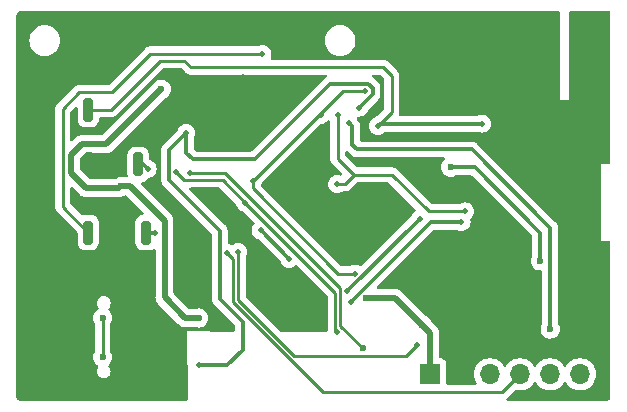
<source format=gbl>
G04 #@! TF.GenerationSoftware,KiCad,Pcbnew,7.0.2-6a45011f42~172~ubuntu22.04.1*
G04 #@! TF.CreationDate,2023-05-15T14:22:46+02:00*
G04 #@! TF.ProjectId,sharp-lcd-128x128,73686172-702d-46c6-9364-2d3132387831,rev?*
G04 #@! TF.SameCoordinates,Original*
G04 #@! TF.FileFunction,Copper,L2,Bot*
G04 #@! TF.FilePolarity,Positive*
%FSLAX46Y46*%
G04 Gerber Fmt 4.6, Leading zero omitted, Abs format (unit mm)*
G04 Created by KiCad (PCBNEW 7.0.2-6a45011f42~172~ubuntu22.04.1) date 2023-05-15 14:22:46*
%MOMM*%
%LPD*%
G01*
G04 APERTURE LIST*
G04 Aperture macros list*
%AMRoundRect*
0 Rectangle with rounded corners*
0 $1 Rounding radius*
0 $2 $3 $4 $5 $6 $7 $8 $9 X,Y pos of 4 corners*
0 Add a 4 corners polygon primitive as box body*
4,1,4,$2,$3,$4,$5,$6,$7,$8,$9,$2,$3,0*
0 Add four circle primitives for the rounded corners*
1,1,$1+$1,$2,$3*
1,1,$1+$1,$4,$5*
1,1,$1+$1,$6,$7*
1,1,$1+$1,$8,$9*
0 Add four rect primitives between the rounded corners*
20,1,$1+$1,$2,$3,$4,$5,0*
20,1,$1+$1,$4,$5,$6,$7,0*
20,1,$1+$1,$6,$7,$8,$9,0*
20,1,$1+$1,$8,$9,$2,$3,0*%
G04 Aperture macros list end*
G04 #@! TA.AperFunction,SMDPad,CuDef*
%ADD10RoundRect,0.200000X0.200000X0.800000X-0.200000X0.800000X-0.200000X-0.800000X0.200000X-0.800000X0*%
G04 #@! TD*
G04 #@! TA.AperFunction,ComponentPad*
%ADD11R,1.700000X1.700000*%
G04 #@! TD*
G04 #@! TA.AperFunction,ComponentPad*
%ADD12O,1.700000X1.700000*%
G04 #@! TD*
G04 #@! TA.AperFunction,ComponentPad*
%ADD13O,2.100000X1.000000*%
G04 #@! TD*
G04 #@! TA.AperFunction,ComponentPad*
%ADD14O,1.600000X1.000000*%
G04 #@! TD*
G04 #@! TA.AperFunction,SMDPad,CuDef*
%ADD15RoundRect,0.200000X-0.200000X-0.800000X0.200000X-0.800000X0.200000X0.800000X-0.200000X0.800000X0*%
G04 #@! TD*
G04 #@! TA.AperFunction,ViaPad*
%ADD16C,0.500000*%
G04 #@! TD*
G04 #@! TA.AperFunction,ViaPad*
%ADD17C,0.600000*%
G04 #@! TD*
G04 #@! TA.AperFunction,Conductor*
%ADD18C,0.250000*%
G04 #@! TD*
G04 #@! TA.AperFunction,Conductor*
%ADD19C,0.350000*%
G04 #@! TD*
G04 #@! TA.AperFunction,Conductor*
%ADD20C,0.500000*%
G04 #@! TD*
G04 #@! TA.AperFunction,Conductor*
%ADD21C,0.300000*%
G04 #@! TD*
G04 APERTURE END LIST*
D10*
X78100000Y-37850000D03*
X73900000Y-37850000D03*
D11*
X107030000Y-60250000D03*
D12*
X109570000Y-60250000D03*
X112110000Y-60250000D03*
X114650000Y-60250000D03*
X117190000Y-60250000D03*
X119730000Y-60250000D03*
D13*
X79930000Y-52805000D03*
D14*
X75750000Y-52805000D03*
D13*
X79930000Y-61445000D03*
D14*
X75750000Y-61445000D03*
D15*
X82980000Y-48260000D03*
X87180000Y-48260000D03*
D10*
X78100000Y-48260000D03*
X73900000Y-48260000D03*
X82310000Y-42500000D03*
X78110000Y-42500000D03*
D16*
X99160000Y-44150000D03*
X118260000Y-54200000D03*
X88130000Y-45180000D03*
D17*
X80827500Y-46810000D03*
X102860000Y-44570000D03*
D16*
X95910000Y-36170000D03*
D17*
X82425000Y-61375000D03*
X93130000Y-53690000D03*
X90000000Y-31760000D03*
X102860000Y-46930000D03*
D16*
X73940000Y-40430000D03*
X91180000Y-35110000D03*
X79740000Y-42450000D03*
X107990000Y-43940000D03*
D17*
X82130000Y-39810000D03*
D16*
X105658781Y-30772500D03*
D17*
X79300000Y-58825000D03*
X79300000Y-55475000D03*
X80897500Y-44360000D03*
D16*
X83710000Y-46460000D03*
D17*
X84270000Y-36120000D03*
X101576492Y-53790325D03*
X106340000Y-56070000D03*
X87430000Y-55500000D03*
D16*
X85511935Y-43131935D03*
X91370000Y-45720000D03*
X99180000Y-56700000D03*
X86370000Y-39830000D03*
X87480000Y-59510000D03*
X101040000Y-37680000D03*
X92010000Y-43900500D03*
X101549104Y-36264500D03*
X97751213Y-38310563D03*
X100637961Y-51735932D03*
X109684502Y-47356665D03*
X100300000Y-54120000D03*
X99196815Y-38341685D03*
X110000000Y-46480000D03*
X100010000Y-53240000D03*
X106160000Y-47100000D03*
X92830000Y-33140000D03*
D17*
X108770000Y-42730000D03*
X116370000Y-50660000D03*
D16*
X111410000Y-39040000D03*
X102600000Y-39240000D03*
X105950000Y-57800000D03*
X90790000Y-49880000D03*
X92670000Y-48080000D03*
X95110000Y-50480000D03*
X83750000Y-48260000D03*
X89867464Y-49997140D03*
D17*
X117190000Y-56430000D03*
D16*
X100190000Y-39030000D03*
D17*
X101320000Y-58020000D03*
D16*
X83111111Y-42856717D03*
X86698914Y-43188914D03*
D18*
X100580000Y-43380000D02*
X99810000Y-44150000D01*
X99810000Y-44150000D02*
X99160000Y-44150000D01*
D19*
X78110000Y-42500000D02*
X79690000Y-42500000D01*
X79690000Y-42500000D02*
X79740000Y-42450000D01*
D18*
X79300000Y-55475000D02*
X79300000Y-58825000D01*
D20*
X104060325Y-53790325D02*
X101576492Y-53790325D01*
X81620000Y-44360000D02*
X80897500Y-44360000D01*
X79620000Y-40770000D02*
X84270000Y-36120000D01*
X86280000Y-55500000D02*
X84540000Y-53760000D01*
X107030000Y-56760000D02*
X106340000Y-56070000D01*
X106340000Y-56070000D02*
X104060325Y-53790325D01*
X107030000Y-60250000D02*
X107030000Y-56760000D01*
X77900000Y-44490000D02*
X76610000Y-43200000D01*
X76610000Y-41690000D02*
X77530000Y-40770000D01*
X77530000Y-40770000D02*
X79620000Y-40770000D01*
X80660000Y-44490000D02*
X77900000Y-44490000D01*
X84540000Y-47280000D02*
X81620000Y-44360000D01*
X84540000Y-53760000D02*
X84540000Y-47280000D01*
X76610000Y-43200000D02*
X76610000Y-41690000D01*
X87430000Y-55500000D02*
X86280000Y-55500000D01*
D18*
X98990000Y-56510000D02*
X99180000Y-56700000D01*
X89450000Y-43800000D02*
X91370000Y-45720000D01*
X91370000Y-45720000D02*
X98990000Y-53340000D01*
X98990000Y-53340000D02*
X98990000Y-56510000D01*
X86180000Y-43800000D02*
X89450000Y-43800000D01*
X85511935Y-43131935D02*
X86180000Y-43800000D01*
D21*
X84916935Y-41283065D02*
X84916935Y-43816935D01*
X92200000Y-42059292D02*
X86929292Y-42059292D01*
X101802958Y-35670000D02*
X98589292Y-35670000D01*
X89220000Y-48120000D02*
X89220000Y-53900000D01*
X84916935Y-43816935D02*
X89220000Y-48120000D01*
X101040000Y-37680000D02*
X102160000Y-36560000D01*
X102160000Y-36027042D02*
X101802958Y-35670000D01*
X89220000Y-53900000D02*
X91170000Y-55850000D01*
X98589292Y-35670000D02*
X92200000Y-42059292D01*
X89870000Y-59510000D02*
X87480000Y-59510000D01*
X86370000Y-39830000D02*
X86370000Y-41500000D01*
X91170000Y-58210000D02*
X89870000Y-59510000D01*
X102160000Y-36560000D02*
X102160000Y-36027042D01*
X86370000Y-39830000D02*
X84916935Y-41283065D01*
X86370000Y-41500000D02*
X86929292Y-42059292D01*
X91170000Y-55850000D02*
X91170000Y-58210000D01*
D18*
X99625500Y-36264500D02*
X101549104Y-36264500D01*
X99265932Y-51735932D02*
X100637961Y-51735932D01*
X92010000Y-43900500D02*
X92010000Y-44480000D01*
X92010000Y-44480000D02*
X99265932Y-51735932D01*
X98790000Y-37120500D02*
X98790000Y-37100000D01*
X98790000Y-37100000D02*
X99625500Y-36264500D01*
X92010000Y-43900500D02*
X98790000Y-37120500D01*
D19*
X107063335Y-47356665D02*
X109684502Y-47356665D01*
X100300000Y-54120000D02*
X107063335Y-47356665D01*
D18*
X106893224Y-46480000D02*
X103793224Y-43380000D01*
X100580000Y-43380000D02*
X99196815Y-41996815D01*
X110000000Y-46480000D02*
X106893224Y-46480000D01*
X103793224Y-43380000D02*
X100580000Y-43380000D01*
X99196815Y-41996815D02*
X99196815Y-38341685D01*
D19*
X100010000Y-53240000D02*
X106150000Y-47100000D01*
X106150000Y-47100000D02*
X106160000Y-47100000D01*
D18*
X83320000Y-33140000D02*
X80060000Y-36400000D01*
X77330000Y-36400000D02*
X75920499Y-37809501D01*
X75920499Y-46080499D02*
X78100000Y-48260000D01*
X75920499Y-37809501D02*
X75920499Y-46080499D01*
X92830000Y-33140000D02*
X83320000Y-33140000D01*
X80060000Y-36400000D02*
X77330000Y-36400000D01*
D19*
X116370000Y-48260000D02*
X110840000Y-42730000D01*
X110840000Y-42730000D02*
X108770000Y-42730000D01*
X116370000Y-50660000D02*
X116370000Y-48260000D01*
X102800000Y-39040000D02*
X102600000Y-39240000D01*
D18*
X80020000Y-37850000D02*
X84170000Y-33700000D01*
X84170000Y-33700000D02*
X86210000Y-33700000D01*
X102600000Y-39230000D02*
X103760000Y-38070000D01*
X78140000Y-37850000D02*
X80020000Y-37850000D01*
D19*
X111410000Y-39040000D02*
X102800000Y-39040000D01*
D18*
X103030000Y-34260000D02*
X103760000Y-34990000D01*
X86770000Y-34260000D02*
X103030000Y-34260000D01*
X103760000Y-34990000D02*
X103760000Y-38070000D01*
X102600000Y-39240000D02*
X102600000Y-39230000D01*
X86210000Y-33700000D02*
X86770000Y-34260000D01*
X90790000Y-53990000D02*
X95530000Y-58730000D01*
X95530000Y-58730000D02*
X105020000Y-58730000D01*
X105020000Y-58730000D02*
X105950000Y-57800000D01*
X90790000Y-49880000D02*
X90790000Y-53990000D01*
D19*
X92710000Y-48080000D02*
X95110000Y-50480000D01*
X92670000Y-48080000D02*
X92710000Y-48080000D01*
X83750000Y-48260000D02*
X82980000Y-48260000D01*
D18*
X97941381Y-61770000D02*
X90345499Y-54174118D01*
X113130000Y-61770000D02*
X97941381Y-61770000D01*
X90345499Y-54174118D02*
X90345499Y-50475175D01*
X114650000Y-60250000D02*
X113130000Y-61770000D01*
X90345499Y-50475175D02*
X89867464Y-49997140D01*
D21*
X100440000Y-39280000D02*
X100440000Y-40850000D01*
X110575185Y-41230499D02*
X117190000Y-47845314D01*
X100190000Y-39030000D02*
X100440000Y-39280000D01*
X117190000Y-47845314D02*
X117190000Y-56430000D01*
X100440000Y-40850000D02*
X100820499Y-41230499D01*
X100820499Y-41230499D02*
X110575185Y-41230499D01*
D19*
X82754394Y-42500000D02*
X83111111Y-42856717D01*
D18*
X99434501Y-52937691D02*
X99434501Y-56134501D01*
X89685724Y-43188914D02*
X99434501Y-52937691D01*
D19*
X82310000Y-42500000D02*
X82754394Y-42500000D01*
D18*
X99434501Y-56134501D02*
X101320000Y-58020000D01*
X86698914Y-43188914D02*
X89685724Y-43188914D01*
G04 #@! TA.AperFunction,Conductor*
G36*
X117942539Y-29520185D02*
G01*
X117988294Y-29572989D01*
X117999500Y-29624500D01*
X117999500Y-36975467D01*
X117999416Y-36975889D01*
X117999459Y-37000000D01*
X117999501Y-37000101D01*
X117999616Y-37000382D01*
X117999618Y-37000384D01*
X117999808Y-37000462D01*
X118000000Y-37000541D01*
X118000002Y-37000539D01*
X118024616Y-37000524D01*
X118024616Y-37000528D01*
X118024760Y-37000500D01*
X118775240Y-37000500D01*
X118775383Y-37000528D01*
X118775384Y-37000524D01*
X118799997Y-37000539D01*
X118800000Y-37000541D01*
X118800383Y-37000383D01*
X118800500Y-37000099D01*
X118800541Y-37000000D01*
X118800540Y-36999997D01*
X118800583Y-36975889D01*
X118800500Y-36975467D01*
X118800500Y-29624500D01*
X118820185Y-29557461D01*
X118872989Y-29511706D01*
X118924500Y-29500500D01*
X122165500Y-29500500D01*
X122232539Y-29520185D01*
X122278294Y-29572989D01*
X122289500Y-29624500D01*
X122289500Y-42375500D01*
X122269815Y-42442539D01*
X122217011Y-42488294D01*
X122165500Y-42499500D01*
X121524760Y-42499500D01*
X121524554Y-42499459D01*
X121499999Y-42499459D01*
X121499900Y-42499500D01*
X121499618Y-42499615D01*
X121499615Y-42499618D01*
X121499459Y-42499999D01*
X121499476Y-42524616D01*
X121499471Y-42524616D01*
X121499499Y-42524759D01*
X121499500Y-48975467D01*
X121499416Y-48975889D01*
X121499459Y-49000000D01*
X121499501Y-49000101D01*
X121499616Y-49000382D01*
X121499618Y-49000384D01*
X121499808Y-49000462D01*
X121500000Y-49000541D01*
X121500002Y-49000539D01*
X121524616Y-49000524D01*
X121524616Y-49000528D01*
X121524760Y-49000500D01*
X122165500Y-49000500D01*
X122232539Y-49020185D01*
X122278294Y-49072989D01*
X122289500Y-49124500D01*
X122289500Y-52095184D01*
X122287876Y-62145517D01*
X122287368Y-62147246D01*
X122287368Y-62188112D01*
X122285824Y-62207622D01*
X122285777Y-62207917D01*
X122284940Y-62212589D01*
X122270728Y-62284066D01*
X122259595Y-62316176D01*
X122252939Y-62329240D01*
X122245557Y-62341836D01*
X122218717Y-62382007D01*
X122203294Y-62400800D01*
X122190800Y-62413294D01*
X122172007Y-62428717D01*
X122131839Y-62455555D01*
X122119239Y-62462939D01*
X122104419Y-62470489D01*
X122074476Y-62481170D01*
X122035864Y-62489565D01*
X122028909Y-62490871D01*
X122013339Y-62493336D01*
X121997499Y-62495843D01*
X121978114Y-62497368D01*
X121953703Y-62497368D01*
X121933874Y-62499500D01*
X113594247Y-62499500D01*
X113527208Y-62479815D01*
X113481453Y-62427011D01*
X113471509Y-62357853D01*
X113500534Y-62294297D01*
X113510576Y-62285916D01*
X113510282Y-62285622D01*
X113521359Y-62274543D01*
X113521362Y-62274542D01*
X113535800Y-62260103D01*
X113550588Y-62247472D01*
X113567107Y-62235472D01*
X113595359Y-62201319D01*
X113603203Y-62192699D01*
X114192959Y-61602943D01*
X114254280Y-61569460D01*
X114304786Y-61572406D01*
X114305229Y-61569753D01*
X114537431Y-61608500D01*
X114762569Y-61608500D01*
X114984635Y-61571444D01*
X115197574Y-61498342D01*
X115395576Y-61391189D01*
X115573240Y-61252906D01*
X115725722Y-61087268D01*
X115816190Y-60948795D01*
X115869337Y-60903438D01*
X115938569Y-60894014D01*
X116001905Y-60923516D01*
X116023809Y-60948795D01*
X116108715Y-61078754D01*
X116114278Y-61087268D01*
X116266760Y-61252906D01*
X116444424Y-61391189D01*
X116642426Y-61498342D01*
X116855365Y-61571444D01*
X117077431Y-61608500D01*
X117302569Y-61608500D01*
X117524635Y-61571444D01*
X117737574Y-61498342D01*
X117935576Y-61391189D01*
X118113240Y-61252906D01*
X118265722Y-61087268D01*
X118356190Y-60948795D01*
X118409337Y-60903438D01*
X118478569Y-60894014D01*
X118541905Y-60923516D01*
X118563809Y-60948795D01*
X118648715Y-61078754D01*
X118654278Y-61087268D01*
X118806760Y-61252906D01*
X118984424Y-61391189D01*
X119182426Y-61498342D01*
X119395365Y-61571444D01*
X119617431Y-61608500D01*
X119842569Y-61608500D01*
X120064635Y-61571444D01*
X120277574Y-61498342D01*
X120475576Y-61391189D01*
X120653240Y-61252906D01*
X120805722Y-61087268D01*
X120928860Y-60898791D01*
X121019296Y-60692616D01*
X121074564Y-60474368D01*
X121093156Y-60250000D01*
X121074564Y-60025632D01*
X121019296Y-59807384D01*
X120928860Y-59601209D01*
X120805722Y-59412732D01*
X120653240Y-59247094D01*
X120475576Y-59108811D01*
X120277574Y-59001658D01*
X120277573Y-59001657D01*
X120277572Y-59001657D01*
X120064636Y-58928556D01*
X119842569Y-58891500D01*
X119617431Y-58891500D01*
X119395363Y-58928556D01*
X119182427Y-59001657D01*
X118984424Y-59108811D01*
X118806760Y-59247094D01*
X118654279Y-59412730D01*
X118563809Y-59551205D01*
X118510662Y-59596561D01*
X118441431Y-59605985D01*
X118378095Y-59576483D01*
X118356191Y-59551205D01*
X118305916Y-59474254D01*
X118265722Y-59412732D01*
X118113240Y-59247094D01*
X117935576Y-59108811D01*
X117737574Y-59001658D01*
X117737573Y-59001657D01*
X117737572Y-59001657D01*
X117524636Y-58928556D01*
X117302569Y-58891500D01*
X117077431Y-58891500D01*
X116855363Y-58928556D01*
X116642427Y-59001657D01*
X116444424Y-59108811D01*
X116266760Y-59247094D01*
X116114279Y-59412730D01*
X116023809Y-59551205D01*
X115970662Y-59596561D01*
X115901431Y-59605985D01*
X115838095Y-59576483D01*
X115816191Y-59551205D01*
X115765916Y-59474254D01*
X115725722Y-59412732D01*
X115573240Y-59247094D01*
X115395576Y-59108811D01*
X115197574Y-59001658D01*
X115197573Y-59001657D01*
X115197572Y-59001657D01*
X114984636Y-58928556D01*
X114762569Y-58891500D01*
X114537431Y-58891500D01*
X114315363Y-58928556D01*
X114102427Y-59001657D01*
X113904424Y-59108811D01*
X113726760Y-59247094D01*
X113574279Y-59412730D01*
X113483809Y-59551205D01*
X113430662Y-59596561D01*
X113361431Y-59605985D01*
X113298095Y-59576483D01*
X113276191Y-59551205D01*
X113225916Y-59474254D01*
X113185722Y-59412732D01*
X113033240Y-59247094D01*
X112855576Y-59108811D01*
X112657574Y-59001658D01*
X112657573Y-59001657D01*
X112657572Y-59001657D01*
X112444636Y-58928556D01*
X112222569Y-58891500D01*
X111997431Y-58891500D01*
X111775363Y-58928556D01*
X111562427Y-59001657D01*
X111364424Y-59108811D01*
X111186760Y-59247094D01*
X111034279Y-59412730D01*
X110911138Y-59601211D01*
X110856942Y-59724768D01*
X110820704Y-59807384D01*
X110783658Y-59953674D01*
X110765435Y-60025636D01*
X110746843Y-60249999D01*
X110765435Y-60474363D01*
X110765435Y-60474366D01*
X110765436Y-60474368D01*
X110794710Y-60589970D01*
X110820705Y-60692618D01*
X110911139Y-60898791D01*
X110941119Y-60944679D01*
X110961307Y-61011569D01*
X110942126Y-61078754D01*
X110889667Y-61124904D01*
X110837310Y-61136500D01*
X108512500Y-61136500D01*
X108445461Y-61116815D01*
X108399706Y-61064011D01*
X108388500Y-61012500D01*
X108388500Y-59354671D01*
X108388500Y-59351362D01*
X108381989Y-59290799D01*
X108381988Y-59290797D01*
X108381988Y-59290794D01*
X108330889Y-59153796D01*
X108243261Y-59036738D01*
X108126203Y-58949110D01*
X107989205Y-58898011D01*
X107931924Y-58891853D01*
X107931918Y-58891852D01*
X107928638Y-58891500D01*
X107925328Y-58891500D01*
X107912500Y-58891500D01*
X107845461Y-58871815D01*
X107799706Y-58819011D01*
X107788500Y-58767500D01*
X107788500Y-56824294D01*
X107789809Y-56806323D01*
X107790289Y-56803043D01*
X107793341Y-56782211D01*
X107788971Y-56732272D01*
X107788500Y-56721466D01*
X107788500Y-56719429D01*
X107788500Y-56715820D01*
X107784854Y-56684635D01*
X107784497Y-56681141D01*
X107780422Y-56634549D01*
X107777785Y-56604402D01*
X107773483Y-56584998D01*
X107770675Y-56577282D01*
X107747139Y-56512619D01*
X107745964Y-56509236D01*
X107721744Y-56436145D01*
X107713081Y-56418251D01*
X107712435Y-56417269D01*
X107712435Y-56417268D01*
X107670733Y-56353863D01*
X107668820Y-56350859D01*
X107628408Y-56285342D01*
X107615848Y-56269925D01*
X107559792Y-56217038D01*
X107557206Y-56214525D01*
X107100256Y-55757575D01*
X107081701Y-55728045D01*
X107080476Y-55728815D01*
X107073043Y-55716985D01*
X106976111Y-55562719D01*
X106847281Y-55433889D01*
X106693015Y-55336957D01*
X106693012Y-55336956D01*
X106681186Y-55329525D01*
X106681955Y-55328300D01*
X106652425Y-55309744D01*
X104642129Y-53299448D01*
X104630346Y-53285814D01*
X104615794Y-53266267D01*
X104615792Y-53266265D01*
X104577385Y-53234037D01*
X104569410Y-53226729D01*
X104567978Y-53225297D01*
X104565426Y-53222745D01*
X104562603Y-53220512D01*
X104562592Y-53220503D01*
X104540837Y-53203301D01*
X104538044Y-53201026D01*
X104479073Y-53151544D01*
X104462290Y-53140851D01*
X104392484Y-53108299D01*
X104389242Y-53106729D01*
X104320469Y-53072191D01*
X104301674Y-53065658D01*
X104226251Y-53050084D01*
X104222731Y-53049304D01*
X104147833Y-53031553D01*
X104128052Y-53029532D01*
X104126883Y-53029566D01*
X104051031Y-53031773D01*
X104047427Y-53031825D01*
X102654152Y-53031825D01*
X102587113Y-53012140D01*
X102541358Y-52959336D01*
X102531414Y-52890178D01*
X102560439Y-52826622D01*
X102566471Y-52820144D01*
X107310131Y-48076484D01*
X107371454Y-48042999D01*
X107397812Y-48040165D01*
X109320221Y-48040165D01*
X109361175Y-48047123D01*
X109514652Y-48100827D01*
X109684502Y-48119964D01*
X109854352Y-48100827D01*
X110015685Y-48044374D01*
X110160411Y-47953436D01*
X110281273Y-47832574D01*
X110372211Y-47687848D01*
X110428664Y-47526515D01*
X110447801Y-47356665D01*
X110428932Y-47189194D01*
X110440986Y-47120373D01*
X110468872Y-47089494D01*
X110466029Y-47086651D01*
X110475909Y-47076771D01*
X110596771Y-46955909D01*
X110687709Y-46811183D01*
X110744162Y-46649850D01*
X110763299Y-46480000D01*
X110744162Y-46310150D01*
X110687709Y-46148817D01*
X110596771Y-46004091D01*
X110475909Y-45883229D01*
X110331183Y-45792291D01*
X110169850Y-45735838D01*
X110169848Y-45735837D01*
X110169846Y-45735837D01*
X110000000Y-45716700D01*
X109830153Y-45735837D01*
X109830150Y-45735837D01*
X109830150Y-45735838D01*
X109668817Y-45792291D01*
X109613873Y-45826815D01*
X109612792Y-45827494D01*
X109546820Y-45846500D01*
X107206990Y-45846500D01*
X107139951Y-45826815D01*
X107119309Y-45810181D01*
X105712376Y-44403248D01*
X104300312Y-42991183D01*
X104287268Y-42974902D01*
X104285224Y-42972983D01*
X104285224Y-42972982D01*
X104235539Y-42926325D01*
X104232774Y-42923645D01*
X104215751Y-42906622D01*
X104212994Y-42903865D01*
X104209710Y-42901317D01*
X104200847Y-42893746D01*
X104168545Y-42863414D01*
X104163817Y-42860815D01*
X104150656Y-42853579D01*
X104134393Y-42842896D01*
X104118264Y-42830385D01*
X104077601Y-42812789D01*
X104067107Y-42807648D01*
X104028286Y-42786305D01*
X104016610Y-42783307D01*
X104008508Y-42781227D01*
X103990103Y-42774926D01*
X103971369Y-42766819D01*
X103971367Y-42766818D01*
X103971366Y-42766818D01*
X103927607Y-42759887D01*
X103916167Y-42757518D01*
X103873255Y-42746500D01*
X103873254Y-42746500D01*
X103852840Y-42746500D01*
X103833441Y-42744973D01*
X103813282Y-42741780D01*
X103813281Y-42741780D01*
X103780542Y-42744874D01*
X103769167Y-42745950D01*
X103757498Y-42746500D01*
X100893766Y-42746500D01*
X100826727Y-42726815D01*
X100806085Y-42710181D01*
X99866634Y-41770729D01*
X99833149Y-41709406D01*
X99830315Y-41683048D01*
X99830315Y-41470937D01*
X99850000Y-41403898D01*
X99902804Y-41358143D01*
X99971962Y-41348199D01*
X100035518Y-41377224D01*
X100041996Y-41383256D01*
X100293781Y-41635041D01*
X100307268Y-41651874D01*
X100309082Y-41653577D01*
X100309083Y-41653579D01*
X100360772Y-41702118D01*
X100363569Y-41704829D01*
X100384166Y-41725426D01*
X100387747Y-41728204D01*
X100396617Y-41735779D01*
X100430366Y-41767471D01*
X100449302Y-41777881D01*
X100465554Y-41788557D01*
X100468178Y-41790592D01*
X100482632Y-41801804D01*
X100525112Y-41820186D01*
X100535604Y-41825326D01*
X100576162Y-41847623D01*
X100597083Y-41852994D01*
X100615493Y-41859297D01*
X100635323Y-41867879D01*
X100681052Y-41875120D01*
X100692474Y-41877486D01*
X100737311Y-41888999D01*
X100758918Y-41888999D01*
X100778315Y-41890525D01*
X100799651Y-41893905D01*
X100845734Y-41889548D01*
X100857402Y-41888999D01*
X108168247Y-41888999D01*
X108235286Y-41908684D01*
X108281041Y-41961488D01*
X108290985Y-42030646D01*
X108261960Y-42094202D01*
X108255928Y-42100680D01*
X108133890Y-42222717D01*
X108036957Y-42376984D01*
X107976782Y-42548955D01*
X107956383Y-42729999D01*
X107976782Y-42911044D01*
X107976782Y-42911046D01*
X107976783Y-42911047D01*
X108036957Y-43083015D01*
X108133889Y-43237281D01*
X108262719Y-43366111D01*
X108416985Y-43463043D01*
X108588953Y-43523217D01*
X108770000Y-43543616D01*
X108951047Y-43523217D01*
X109123015Y-43463043D01*
X109171614Y-43432505D01*
X109237586Y-43413500D01*
X110505523Y-43413500D01*
X110572562Y-43433185D01*
X110593204Y-43449819D01*
X115650181Y-48506795D01*
X115683666Y-48568118D01*
X115686500Y-48594476D01*
X115686500Y-50192413D01*
X115667494Y-50258384D01*
X115636958Y-50306982D01*
X115576782Y-50478955D01*
X115556383Y-50660000D01*
X115576782Y-50841044D01*
X115576782Y-50841046D01*
X115576783Y-50841047D01*
X115636957Y-51013015D01*
X115733889Y-51167281D01*
X115862719Y-51296111D01*
X116016985Y-51393043D01*
X116188953Y-51453217D01*
X116261371Y-51461376D01*
X116369997Y-51473616D01*
X116369998Y-51473615D01*
X116370000Y-51473616D01*
X116393615Y-51470955D01*
X116462436Y-51483008D01*
X116513816Y-51530356D01*
X116531500Y-51594175D01*
X116531500Y-55922626D01*
X116512494Y-55988598D01*
X116456957Y-56076984D01*
X116396782Y-56248955D01*
X116376383Y-56429999D01*
X116396782Y-56611044D01*
X116396782Y-56611046D01*
X116396783Y-56611047D01*
X116456957Y-56783015D01*
X116553889Y-56937281D01*
X116682719Y-57066111D01*
X116836985Y-57163043D01*
X117008953Y-57223217D01*
X117129650Y-57236816D01*
X117189999Y-57243616D01*
X117189999Y-57243615D01*
X117190000Y-57243616D01*
X117371047Y-57223217D01*
X117543015Y-57163043D01*
X117697281Y-57066111D01*
X117826111Y-56937281D01*
X117923043Y-56783015D01*
X117983217Y-56611047D01*
X118003616Y-56430000D01*
X117983217Y-56248953D01*
X117923043Y-56076985D01*
X117867504Y-55988595D01*
X117848499Y-55922629D01*
X117848499Y-47931708D01*
X117850866Y-47910275D01*
X117850746Y-47906457D01*
X117848561Y-47836912D01*
X117848500Y-47833017D01*
X117848500Y-47807773D01*
X117848500Y-47807772D01*
X117848500Y-47803882D01*
X117847933Y-47799392D01*
X117847015Y-47787737D01*
X117845562Y-47741483D01*
X117839534Y-47720735D01*
X117835591Y-47701698D01*
X117832882Y-47680250D01*
X117815830Y-47637183D01*
X117812062Y-47626175D01*
X117799145Y-47581714D01*
X117799144Y-47581713D01*
X117799144Y-47581711D01*
X117788151Y-47563124D01*
X117779589Y-47545649D01*
X117771635Y-47525558D01*
X117744423Y-47488106D01*
X117738021Y-47478361D01*
X117714453Y-47438507D01*
X117699169Y-47423223D01*
X117686539Y-47408435D01*
X117673841Y-47390957D01*
X117638171Y-47361448D01*
X117629532Y-47353586D01*
X111101903Y-40825957D01*
X111088419Y-40809126D01*
X111034910Y-40758878D01*
X111032113Y-40756167D01*
X111014270Y-40738324D01*
X111011518Y-40735572D01*
X111007925Y-40732785D01*
X110999061Y-40725213D01*
X110965318Y-40693527D01*
X110946385Y-40683118D01*
X110930126Y-40672438D01*
X110913053Y-40659195D01*
X110913052Y-40659195D01*
X110870562Y-40640807D01*
X110860085Y-40635674D01*
X110837192Y-40623089D01*
X110819519Y-40613373D01*
X110798598Y-40608002D01*
X110780189Y-40601699D01*
X110760360Y-40593118D01*
X110714640Y-40585877D01*
X110703201Y-40583508D01*
X110658375Y-40571999D01*
X110658373Y-40571999D01*
X110636766Y-40571999D01*
X110617368Y-40570472D01*
X110608788Y-40569113D01*
X110596034Y-40567093D01*
X110596033Y-40567093D01*
X110549949Y-40571449D01*
X110538282Y-40571999D01*
X101222500Y-40571999D01*
X101155461Y-40552314D01*
X101109706Y-40499510D01*
X101098500Y-40447999D01*
X101098500Y-39366388D01*
X101100866Y-39344955D01*
X101099479Y-39300828D01*
X101098561Y-39271598D01*
X101098500Y-39267703D01*
X101098500Y-39242459D01*
X101098500Y-39238568D01*
X101097933Y-39234078D01*
X101097015Y-39222423D01*
X101096620Y-39209846D01*
X101095562Y-39176169D01*
X101089534Y-39155421D01*
X101085591Y-39136384D01*
X101082882Y-39114936D01*
X101065830Y-39071869D01*
X101062062Y-39060861D01*
X101049145Y-39016400D01*
X101038148Y-38997807D01*
X101029587Y-38980330D01*
X101021635Y-38960244D01*
X100994422Y-38922789D01*
X100988008Y-38913024D01*
X100964453Y-38873194D01*
X100961409Y-38870150D01*
X100949172Y-38857913D01*
X100936540Y-38843122D01*
X100931159Y-38835716D01*
X100914443Y-38803797D01*
X100877709Y-38698817D01*
X100829550Y-38622174D01*
X100810550Y-38554938D01*
X100830917Y-38488103D01*
X100884185Y-38442888D01*
X100948428Y-38432982D01*
X101040000Y-38443299D01*
X101209850Y-38424162D01*
X101371183Y-38367709D01*
X101515909Y-38276771D01*
X101636771Y-38155909D01*
X101727709Y-38011183D01*
X101765531Y-37903091D01*
X101794889Y-37856369D01*
X102564542Y-37086716D01*
X102581372Y-37073235D01*
X102612912Y-37039647D01*
X102631652Y-37019690D01*
X102634301Y-37016957D01*
X102654927Y-36996333D01*
X102657701Y-36992755D01*
X102665287Y-36983872D01*
X102696972Y-36950133D01*
X102707380Y-36931200D01*
X102718059Y-36914942D01*
X102731304Y-36897868D01*
X102749692Y-36855375D01*
X102754829Y-36844892D01*
X102777123Y-36804340D01*
X102782495Y-36783416D01*
X102788798Y-36765007D01*
X102797380Y-36745177D01*
X102804623Y-36699441D01*
X102806989Y-36688017D01*
X102818500Y-36643188D01*
X102818500Y-36621580D01*
X102820027Y-36602180D01*
X102823406Y-36580848D01*
X102819050Y-36534764D01*
X102818500Y-36523095D01*
X102818500Y-36113434D01*
X102820867Y-36091994D01*
X102818561Y-36018620D01*
X102818500Y-36014725D01*
X102818500Y-35989510D01*
X102818500Y-35985610D01*
X102817933Y-35981130D01*
X102817015Y-35969470D01*
X102816990Y-35968663D01*
X102815562Y-35923211D01*
X102809534Y-35902463D01*
X102805591Y-35883426D01*
X102802882Y-35861978D01*
X102785830Y-35818911D01*
X102782062Y-35807903D01*
X102769145Y-35763442D01*
X102769144Y-35763441D01*
X102769144Y-35763439D01*
X102758151Y-35744852D01*
X102749589Y-35727377D01*
X102741635Y-35707286D01*
X102714423Y-35669834D01*
X102708021Y-35660089D01*
X102684453Y-35620235D01*
X102669169Y-35604951D01*
X102656539Y-35590163D01*
X102643841Y-35572685D01*
X102608171Y-35543176D01*
X102599532Y-35535314D01*
X102329676Y-35265458D01*
X102316192Y-35248627D01*
X102262683Y-35198379D01*
X102259886Y-35195668D01*
X102242043Y-35177825D01*
X102239291Y-35175073D01*
X102235698Y-35172286D01*
X102226834Y-35164714D01*
X102193091Y-35133028D01*
X102193089Y-35133026D01*
X102180601Y-35126161D01*
X102131337Y-35076614D01*
X102116682Y-35008298D01*
X102141287Y-34942905D01*
X102197341Y-34901194D01*
X102240340Y-34893500D01*
X102716234Y-34893500D01*
X102783273Y-34913185D01*
X102803915Y-34929819D01*
X103090180Y-35216084D01*
X103123665Y-35277407D01*
X103126499Y-35303765D01*
X103126500Y-37756232D01*
X103106815Y-37823271D01*
X103090181Y-37843913D01*
X102537062Y-38397031D01*
X102493359Y-38425289D01*
X102480031Y-38430344D01*
X102472115Y-38435808D01*
X102452582Y-38446825D01*
X102443802Y-38450777D01*
X102397668Y-38486919D01*
X102391639Y-38491356D01*
X102352613Y-38518294D01*
X102323129Y-38533285D01*
X102268815Y-38552291D01*
X102124090Y-38643229D01*
X102003230Y-38764089D01*
X101934675Y-38873194D01*
X101912291Y-38908817D01*
X101859096Y-39060840D01*
X101855837Y-39070153D01*
X101836700Y-39240000D01*
X101855837Y-39409846D01*
X101855837Y-39409848D01*
X101855838Y-39409850D01*
X101912291Y-39571183D01*
X102003229Y-39715909D01*
X102124091Y-39836771D01*
X102268817Y-39927709D01*
X102430150Y-39984162D01*
X102557537Y-39998514D01*
X102599999Y-40003299D01*
X102599999Y-40003298D01*
X102600000Y-40003299D01*
X102769850Y-39984162D01*
X102931183Y-39927709D01*
X103075909Y-39836771D01*
X103152861Y-39759818D01*
X103214184Y-39726334D01*
X103240542Y-39723500D01*
X111045719Y-39723500D01*
X111086673Y-39730458D01*
X111240150Y-39784162D01*
X111410000Y-39803299D01*
X111579850Y-39784162D01*
X111741183Y-39727709D01*
X111885909Y-39636771D01*
X112006771Y-39515909D01*
X112097709Y-39371183D01*
X112154162Y-39209850D01*
X112173299Y-39040000D01*
X112154162Y-38870150D01*
X112097709Y-38708817D01*
X112006771Y-38564091D01*
X111885909Y-38443229D01*
X111741183Y-38352291D01*
X111579850Y-38295838D01*
X111579848Y-38295837D01*
X111579846Y-38295837D01*
X111410000Y-38276700D01*
X111240152Y-38295837D01*
X111086673Y-38349542D01*
X111045719Y-38356500D01*
X104501205Y-38356500D01*
X104434166Y-38336815D01*
X104388411Y-38284011D01*
X104378467Y-38214853D01*
X104378730Y-38213115D01*
X104380110Y-38204396D01*
X104382478Y-38192953D01*
X104393500Y-38150030D01*
X104393500Y-38129613D01*
X104395027Y-38110214D01*
X104398220Y-38090057D01*
X104394050Y-38045942D01*
X104393500Y-38034273D01*
X104393500Y-35073632D01*
X104395789Y-35052887D01*
X104395701Y-35050094D01*
X104395702Y-35050091D01*
X104393561Y-34981968D01*
X104393500Y-34978073D01*
X104393500Y-34954043D01*
X104393500Y-34950144D01*
X104392983Y-34946058D01*
X104392065Y-34934399D01*
X104391921Y-34929819D01*
X104390674Y-34890111D01*
X104384974Y-34870494D01*
X104381033Y-34851464D01*
X104378474Y-34831203D01*
X104362163Y-34790007D01*
X104358381Y-34778960D01*
X104348879Y-34746254D01*
X104346018Y-34736407D01*
X104335622Y-34718829D01*
X104327069Y-34701371D01*
X104319552Y-34682383D01*
X104293503Y-34646530D01*
X104287099Y-34636780D01*
X104264542Y-34598638D01*
X104250107Y-34584203D01*
X104237469Y-34569406D01*
X104225472Y-34552893D01*
X104191324Y-34524643D01*
X104182685Y-34516781D01*
X103537091Y-33871187D01*
X103524044Y-33854901D01*
X103472331Y-33806340D01*
X103469533Y-33803628D01*
X103452527Y-33786622D01*
X103449770Y-33783865D01*
X103446486Y-33781317D01*
X103437623Y-33773746D01*
X103405321Y-33743414D01*
X103387433Y-33733580D01*
X103371169Y-33722896D01*
X103355040Y-33710385D01*
X103314377Y-33692789D01*
X103303883Y-33687648D01*
X103265062Y-33666305D01*
X103253386Y-33663307D01*
X103245284Y-33661227D01*
X103226879Y-33654926D01*
X103208145Y-33646819D01*
X103208143Y-33646818D01*
X103208142Y-33646818D01*
X103164383Y-33639887D01*
X103152943Y-33637518D01*
X103110031Y-33626500D01*
X103110030Y-33626500D01*
X103089616Y-33626500D01*
X103070217Y-33624973D01*
X103050058Y-33621780D01*
X103050057Y-33621780D01*
X103017318Y-33624874D01*
X103005943Y-33625950D01*
X102994274Y-33626500D01*
X93638123Y-33626500D01*
X93571084Y-33606815D01*
X93525329Y-33554011D01*
X93515385Y-33484853D01*
X93521081Y-33461545D01*
X93574162Y-33309850D01*
X93593299Y-33140000D01*
X93574162Y-32970150D01*
X93517709Y-32808817D01*
X93426771Y-32664091D01*
X93305909Y-32543229D01*
X93161183Y-32452291D01*
X92999850Y-32395838D01*
X92999848Y-32395837D01*
X92999846Y-32395837D01*
X92830000Y-32376700D01*
X92660153Y-32395837D01*
X92660150Y-32395837D01*
X92660150Y-32395838D01*
X92498817Y-32452291D01*
X92498815Y-32452291D01*
X92498815Y-32452292D01*
X92442792Y-32487494D01*
X92376820Y-32506500D01*
X83403633Y-32506500D01*
X83382891Y-32504210D01*
X83380091Y-32504298D01*
X83311983Y-32506439D01*
X83308087Y-32506500D01*
X83280144Y-32506500D01*
X83276277Y-32506988D01*
X83276268Y-32506989D01*
X83276032Y-32507019D01*
X83264405Y-32507934D01*
X83220110Y-32509326D01*
X83200507Y-32515022D01*
X83181455Y-32518967D01*
X83161199Y-32521526D01*
X83119997Y-32537838D01*
X83108951Y-32541621D01*
X83066402Y-32553983D01*
X83048831Y-32564374D01*
X83031370Y-32572929D01*
X83012383Y-32580447D01*
X82976542Y-32606487D01*
X82966780Y-32612899D01*
X82928639Y-32635455D01*
X82914196Y-32649898D01*
X82899409Y-32662527D01*
X82882892Y-32674528D01*
X82854652Y-32708663D01*
X82846792Y-32717301D01*
X79833914Y-35730181D01*
X79772591Y-35763666D01*
X79746233Y-35766500D01*
X77413628Y-35766500D01*
X77392892Y-35764211D01*
X77390091Y-35764299D01*
X77322001Y-35766439D01*
X77318106Y-35766500D01*
X77290144Y-35766500D01*
X77286290Y-35766986D01*
X77286283Y-35766987D01*
X77286025Y-35767020D01*
X77274402Y-35767934D01*
X77230110Y-35769326D01*
X77210507Y-35775022D01*
X77191456Y-35778967D01*
X77171203Y-35781525D01*
X77130008Y-35797835D01*
X77118962Y-35801616D01*
X77076405Y-35813981D01*
X77058827Y-35824376D01*
X77041360Y-35832933D01*
X77022384Y-35840446D01*
X76986544Y-35866485D01*
X76976786Y-35872895D01*
X76938637Y-35895457D01*
X76924196Y-35909898D01*
X76909409Y-35922527D01*
X76892892Y-35934528D01*
X76864652Y-35968663D01*
X76856792Y-35977301D01*
X75531679Y-37302414D01*
X75515395Y-37315462D01*
X75466838Y-37367169D01*
X75464133Y-37369961D01*
X75444364Y-37389731D01*
X75441986Y-37392794D01*
X75441969Y-37392815D01*
X75441810Y-37393022D01*
X75434252Y-37401869D01*
X75403913Y-37434178D01*
X75394081Y-37452064D01*
X75383400Y-37468324D01*
X75370884Y-37484460D01*
X75353285Y-37525129D01*
X75348147Y-37535616D01*
X75343025Y-37544934D01*
X75326802Y-37574444D01*
X75321725Y-37594219D01*
X75315424Y-37612624D01*
X75307317Y-37631357D01*
X75300387Y-37675111D01*
X75298019Y-37686547D01*
X75286999Y-37729470D01*
X75286999Y-37749885D01*
X75285472Y-37769284D01*
X75282279Y-37789442D01*
X75286449Y-37833558D01*
X75286999Y-37845227D01*
X75286999Y-45996866D01*
X75284709Y-46017607D01*
X75286938Y-46088515D01*
X75286999Y-46092411D01*
X75286999Y-46120355D01*
X75287486Y-46124215D01*
X75287487Y-46124221D01*
X75287518Y-46124464D01*
X75288433Y-46136095D01*
X75289825Y-46180387D01*
X75295521Y-46199991D01*
X75299466Y-46219043D01*
X75302024Y-46239297D01*
X75318337Y-46280500D01*
X75322120Y-46291548D01*
X75334481Y-46334092D01*
X75344873Y-46351665D01*
X75353430Y-46369132D01*
X75360947Y-46388117D01*
X75386990Y-46423962D01*
X75393404Y-46433726D01*
X75415957Y-46471861D01*
X75430389Y-46486293D01*
X75443025Y-46501088D01*
X75455025Y-46517604D01*
X75489166Y-46545848D01*
X75497807Y-46553711D01*
X77155181Y-48211086D01*
X77188666Y-48272409D01*
X77191500Y-48298767D01*
X77191500Y-49114443D01*
X77191500Y-49114464D01*
X77191501Y-49117264D01*
X77191755Y-49120062D01*
X77191756Y-49120079D01*
X77197986Y-49188649D01*
X77249171Y-49352910D01*
X77338184Y-49500156D01*
X77459843Y-49621815D01*
X77459845Y-49621816D01*
X77607087Y-49710827D01*
X77771351Y-49762013D01*
X77842735Y-49768500D01*
X78357264Y-49768499D01*
X78428649Y-49762013D01*
X78592913Y-49710827D01*
X78740155Y-49621816D01*
X78861816Y-49500155D01*
X78950827Y-49352913D01*
X79002013Y-49188649D01*
X79008500Y-49117265D01*
X79008499Y-47402736D01*
X79002013Y-47331351D01*
X78992933Y-47302211D01*
X78950828Y-47167089D01*
X78861815Y-47019843D01*
X78740156Y-46898184D01*
X78651145Y-46844375D01*
X78592913Y-46809173D01*
X78428649Y-46757987D01*
X78428646Y-46757986D01*
X78360074Y-46751755D01*
X78360068Y-46751754D01*
X78357265Y-46751500D01*
X78354446Y-46751500D01*
X77845556Y-46751500D01*
X77845534Y-46751500D01*
X77842736Y-46751501D01*
X77839938Y-46751755D01*
X77839920Y-46751756D01*
X77771353Y-46757986D01*
X77631374Y-46801604D01*
X77561514Y-46802754D01*
X77506804Y-46770899D01*
X76590318Y-45854413D01*
X76556833Y-45793090D01*
X76553999Y-45766732D01*
X76553999Y-44516042D01*
X76573684Y-44449003D01*
X76626488Y-44403248D01*
X76695646Y-44393304D01*
X76759202Y-44422329D01*
X76765680Y-44428361D01*
X77318196Y-44980877D01*
X77329977Y-44994509D01*
X77344530Y-45014057D01*
X77382933Y-45046281D01*
X77390908Y-45053589D01*
X77394899Y-45057580D01*
X77419505Y-45077036D01*
X77422267Y-45079286D01*
X77480360Y-45128032D01*
X77480363Y-45128033D01*
X77481261Y-45128787D01*
X77498034Y-45139472D01*
X77499091Y-45139965D01*
X77499094Y-45139967D01*
X77567852Y-45172028D01*
X77571034Y-45173569D01*
X77638812Y-45207609D01*
X77638815Y-45207609D01*
X77639859Y-45208134D01*
X77658642Y-45214664D01*
X77659791Y-45214901D01*
X77659793Y-45214902D01*
X77734116Y-45230247D01*
X77737549Y-45231009D01*
X77811344Y-45248500D01*
X77812483Y-45248770D01*
X77832269Y-45250791D01*
X77833437Y-45250757D01*
X77833442Y-45250758D01*
X77909257Y-45248552D01*
X77912864Y-45248500D01*
X80700582Y-45248500D01*
X80704180Y-45248500D01*
X80707763Y-45248081D01*
X80707766Y-45248081D01*
X80757913Y-45242219D01*
X80836113Y-45233079D01*
X80934218Y-45197371D01*
X81016353Y-45167478D01*
X81016858Y-45168866D01*
X81051792Y-45156231D01*
X81078547Y-45153217D01*
X81157878Y-45125457D01*
X81198832Y-45118500D01*
X81254457Y-45118500D01*
X81321496Y-45138185D01*
X81342138Y-45154819D01*
X82733606Y-46546287D01*
X82767091Y-46607610D01*
X82762107Y-46677302D01*
X82720235Y-46733235D01*
X82657150Y-46757459D01*
X82651350Y-46757986D01*
X82487089Y-46809171D01*
X82339843Y-46898184D01*
X82218184Y-47019843D01*
X82129174Y-47167085D01*
X82129173Y-47167087D01*
X82108873Y-47232232D01*
X82077986Y-47331353D01*
X82071755Y-47399925D01*
X82071500Y-47402735D01*
X82071500Y-47405552D01*
X82071500Y-47405553D01*
X82071500Y-49114443D01*
X82071500Y-49114464D01*
X82071501Y-49117264D01*
X82071755Y-49120062D01*
X82071756Y-49120079D01*
X82077986Y-49188649D01*
X82129171Y-49352910D01*
X82218184Y-49500156D01*
X82339843Y-49621815D01*
X82339845Y-49621816D01*
X82487087Y-49710827D01*
X82651351Y-49762013D01*
X82722735Y-49768500D01*
X83237264Y-49768499D01*
X83308649Y-49762013D01*
X83472913Y-49710827D01*
X83593350Y-49638019D01*
X83660905Y-49620184D01*
X83727378Y-49641702D01*
X83771666Y-49695742D01*
X83781500Y-49744137D01*
X83781500Y-53695706D01*
X83780191Y-53713676D01*
X83776659Y-53737789D01*
X83781028Y-53787725D01*
X83781500Y-53798532D01*
X83781500Y-53804180D01*
X83781916Y-53807739D01*
X83781917Y-53807756D01*
X83785139Y-53835321D01*
X83785505Y-53838905D01*
X83792214Y-53915582D01*
X83796523Y-53935017D01*
X83796920Y-53936109D01*
X83796921Y-53936113D01*
X83821568Y-54003831D01*
X83822855Y-54007367D01*
X83824037Y-54010771D01*
X83848251Y-54083843D01*
X83856922Y-54101754D01*
X83899245Y-54166103D01*
X83901178Y-54169138D01*
X83940970Y-54233651D01*
X83940972Y-54233653D01*
X83941589Y-54234653D01*
X83954153Y-54250075D01*
X83954997Y-54250871D01*
X83954999Y-54250874D01*
X83972057Y-54266967D01*
X84010173Y-54302928D01*
X84012760Y-54305441D01*
X85698196Y-55990877D01*
X85709977Y-56004509D01*
X85724530Y-56024057D01*
X85762933Y-56056281D01*
X85770908Y-56063589D01*
X85774900Y-56067581D01*
X85798751Y-56086440D01*
X85799471Y-56087009D01*
X85802267Y-56089287D01*
X85837490Y-56118842D01*
X85860360Y-56138032D01*
X85860361Y-56138032D01*
X85861258Y-56138785D01*
X85878032Y-56149471D01*
X85879094Y-56149966D01*
X85879095Y-56149967D01*
X85911056Y-56164871D01*
X85947830Y-56182019D01*
X85951077Y-56183591D01*
X86019867Y-56218139D01*
X86038644Y-56224665D01*
X86039791Y-56224902D01*
X86039794Y-56224903D01*
X86114150Y-56240256D01*
X86117571Y-56241014D01*
X86191344Y-56258500D01*
X86192487Y-56258771D01*
X86212272Y-56260792D01*
X86213437Y-56260758D01*
X86213442Y-56260759D01*
X86289292Y-56258552D01*
X86292899Y-56258500D01*
X87128668Y-56258500D01*
X87169621Y-56265457D01*
X87248953Y-56293217D01*
X87430000Y-56313616D01*
X87611047Y-56293217D01*
X87783015Y-56233043D01*
X87937281Y-56136111D01*
X88066111Y-56007281D01*
X88163043Y-55853015D01*
X88223217Y-55681047D01*
X88243616Y-55500000D01*
X88223217Y-55318953D01*
X88163043Y-55146985D01*
X88066111Y-54992719D01*
X87937281Y-54863889D01*
X87783015Y-54766957D01*
X87611047Y-54706783D01*
X87611046Y-54706782D01*
X87611044Y-54706782D01*
X87430000Y-54686383D01*
X87248955Y-54706782D01*
X87169622Y-54734542D01*
X87128668Y-54741500D01*
X86645543Y-54741500D01*
X86578504Y-54721815D01*
X86557862Y-54705181D01*
X85334819Y-53482138D01*
X85301334Y-53420815D01*
X85298500Y-53394457D01*
X85298500Y-47344294D01*
X85299809Y-47326324D01*
X85299983Y-47325135D01*
X85303341Y-47302211D01*
X85298971Y-47252273D01*
X85298500Y-47241467D01*
X85298500Y-47239429D01*
X85298500Y-47235820D01*
X85294862Y-47204700D01*
X85294495Y-47201108D01*
X85287785Y-47124408D01*
X85283481Y-47104994D01*
X85283079Y-47103890D01*
X85283079Y-47103887D01*
X85257120Y-47032566D01*
X85255981Y-47029290D01*
X85232114Y-46957262D01*
X85232113Y-46957261D01*
X85231742Y-46956140D01*
X85223078Y-46938245D01*
X85180754Y-46873895D01*
X85178815Y-46870852D01*
X85138412Y-46805347D01*
X85125849Y-46789925D01*
X85069826Y-46737071D01*
X85067238Y-46734557D01*
X82547225Y-44214544D01*
X82513740Y-44153221D01*
X82518724Y-44083529D01*
X82560596Y-44027596D01*
X82623687Y-44003372D01*
X82638649Y-44002013D01*
X82638651Y-44002012D01*
X82638654Y-44002012D01*
X82802910Y-43950828D01*
X82802910Y-43950827D01*
X82802913Y-43950827D01*
X82950155Y-43861816D01*
X83071816Y-43740155D01*
X83115301Y-43668221D01*
X83166827Y-43621035D01*
X83207534Y-43609152D01*
X83215127Y-43608296D01*
X83280961Y-43600879D01*
X83442294Y-43544426D01*
X83587020Y-43453488D01*
X83707882Y-43332626D01*
X83798820Y-43187900D01*
X83855273Y-43026567D01*
X83874410Y-42856717D01*
X83855273Y-42686867D01*
X83798820Y-42525534D01*
X83707882Y-42380808D01*
X83587020Y-42259946D01*
X83442294Y-42169008D01*
X83442291Y-42169006D01*
X83388591Y-42150216D01*
X83341865Y-42120856D01*
X83254953Y-42033944D01*
X83249654Y-42028304D01*
X83249519Y-42028151D01*
X83219925Y-41964859D01*
X83218499Y-41946110D01*
X83218499Y-41645556D01*
X83218499Y-41645553D01*
X83218499Y-41642736D01*
X83212013Y-41571351D01*
X83200169Y-41533341D01*
X83160828Y-41407089D01*
X83157021Y-41400792D01*
X83104625Y-41314118D01*
X83071815Y-41259843D01*
X82950156Y-41138184D01*
X82850686Y-41078053D01*
X82802913Y-41049173D01*
X82652853Y-41002413D01*
X82638646Y-40997986D01*
X82570074Y-40991755D01*
X82570068Y-40991754D01*
X82567265Y-40991500D01*
X82564446Y-40991500D01*
X82055556Y-40991500D01*
X82055534Y-40991500D01*
X82052736Y-40991501D01*
X82049938Y-40991755D01*
X82049920Y-40991756D01*
X81981350Y-40997986D01*
X81817089Y-41049171D01*
X81669843Y-41138184D01*
X81548184Y-41259843D01*
X81462978Y-41400792D01*
X81459173Y-41407087D01*
X81452874Y-41427301D01*
X81407986Y-41571353D01*
X81401755Y-41639925D01*
X81401500Y-41642735D01*
X81401500Y-41645552D01*
X81401500Y-41645553D01*
X81401500Y-43354443D01*
X81401500Y-43354464D01*
X81401501Y-43357264D01*
X81401755Y-43360062D01*
X81401756Y-43360079D01*
X81407986Y-43428647D01*
X81411714Y-43440611D01*
X81412864Y-43510471D01*
X81376063Y-43569863D01*
X81312994Y-43599931D01*
X81293328Y-43601500D01*
X81198832Y-43601500D01*
X81157878Y-43594542D01*
X81087349Y-43569863D01*
X81078547Y-43566783D01*
X81078546Y-43566782D01*
X81078544Y-43566782D01*
X80897499Y-43546383D01*
X80716455Y-43566782D01*
X80544484Y-43626957D01*
X80478811Y-43668223D01*
X80408353Y-43712494D01*
X80342383Y-43731500D01*
X78265543Y-43731500D01*
X78198504Y-43711815D01*
X78177862Y-43695181D01*
X77404819Y-42922138D01*
X77371334Y-42860815D01*
X77368500Y-42834457D01*
X77368500Y-42055543D01*
X77388185Y-41988504D01*
X77404819Y-41967862D01*
X77807862Y-41564819D01*
X77869185Y-41531334D01*
X77895543Y-41528500D01*
X79555706Y-41528500D01*
X79573676Y-41529809D01*
X79577114Y-41530312D01*
X79597789Y-41533341D01*
X79647726Y-41528971D01*
X79658533Y-41528500D01*
X79660571Y-41528500D01*
X79664180Y-41528500D01*
X79695370Y-41524853D01*
X79698851Y-41524498D01*
X79774426Y-41517887D01*
X79774429Y-41517885D01*
X79775594Y-41517784D01*
X79795015Y-41513478D01*
X79796110Y-41513079D01*
X79796113Y-41513079D01*
X79867414Y-41487126D01*
X79870708Y-41485981D01*
X79942738Y-41462114D01*
X79942742Y-41462111D01*
X79943863Y-41461740D01*
X79961751Y-41453080D01*
X79962732Y-41452435D01*
X80026103Y-41410753D01*
X80029129Y-41408826D01*
X80031945Y-41407089D01*
X80093651Y-41369030D01*
X80093655Y-41369025D01*
X80094650Y-41368412D01*
X80110069Y-41355853D01*
X80110870Y-41355003D01*
X80110874Y-41355001D01*
X80162962Y-41299789D01*
X80165408Y-41297271D01*
X84582424Y-36880255D01*
X84611954Y-36861702D01*
X84611184Y-36860477D01*
X84635987Y-36844892D01*
X84777281Y-36756111D01*
X84906111Y-36627281D01*
X85003043Y-36473015D01*
X85063217Y-36301047D01*
X85083616Y-36120000D01*
X85063217Y-35938953D01*
X85003043Y-35766985D01*
X84906111Y-35612719D01*
X84777281Y-35483889D01*
X84623015Y-35386957D01*
X84451047Y-35326783D01*
X84451046Y-35326782D01*
X84451044Y-35326782D01*
X84270000Y-35306383D01*
X84088955Y-35326782D01*
X83916984Y-35386957D01*
X83762717Y-35483890D01*
X83633890Y-35612717D01*
X83529525Y-35778813D01*
X83528300Y-35778043D01*
X83509744Y-35807573D01*
X79342138Y-39975181D01*
X79280815Y-40008666D01*
X79254457Y-40011500D01*
X77594294Y-40011500D01*
X77576324Y-40010191D01*
X77563501Y-40008312D01*
X77552211Y-40006659D01*
X77552210Y-40006659D01*
X77502274Y-40011028D01*
X77491467Y-40011500D01*
X77485820Y-40011500D01*
X77482261Y-40011915D01*
X77482243Y-40011917D01*
X77454678Y-40015139D01*
X77451093Y-40015505D01*
X77374410Y-40022214D01*
X77354989Y-40026519D01*
X77282660Y-40052844D01*
X77279259Y-40054026D01*
X77206153Y-40078252D01*
X77188240Y-40086924D01*
X77123908Y-40129236D01*
X77120868Y-40131173D01*
X77055357Y-40171581D01*
X77039920Y-40184156D01*
X76987052Y-40240191D01*
X76984541Y-40242776D01*
X76765680Y-40461638D01*
X76704357Y-40495123D01*
X76634666Y-40490139D01*
X76578732Y-40448268D01*
X76554315Y-40382803D01*
X76553999Y-40373957D01*
X76553999Y-38123266D01*
X76573684Y-38056227D01*
X76590314Y-38035589D01*
X76979819Y-37646083D01*
X77041142Y-37612599D01*
X77110834Y-37617583D01*
X77166767Y-37659455D01*
X77191184Y-37724919D01*
X77191500Y-37733765D01*
X77191500Y-38704443D01*
X77191500Y-38704464D01*
X77191501Y-38707264D01*
X77191755Y-38710062D01*
X77191756Y-38710079D01*
X77197986Y-38778649D01*
X77249171Y-38942910D01*
X77338184Y-39090156D01*
X77459843Y-39211815D01*
X77490623Y-39230421D01*
X77607087Y-39300827D01*
X77771351Y-39352013D01*
X77842735Y-39358500D01*
X78357264Y-39358499D01*
X78428649Y-39352013D01*
X78451299Y-39344955D01*
X78592910Y-39300828D01*
X78592910Y-39300827D01*
X78592913Y-39300827D01*
X78740155Y-39211816D01*
X78861816Y-39090155D01*
X78950827Y-38942913D01*
X79002013Y-38778649D01*
X79008500Y-38707265D01*
X79008500Y-38607500D01*
X79028185Y-38540461D01*
X79080989Y-38494706D01*
X79132500Y-38483500D01*
X79936367Y-38483500D01*
X79957108Y-38485789D01*
X79959905Y-38485701D01*
X79959909Y-38485702D01*
X80028017Y-38483560D01*
X80031913Y-38483500D01*
X80055958Y-38483500D01*
X80059856Y-38483500D01*
X80063724Y-38483011D01*
X80063947Y-38482983D01*
X80075608Y-38482064D01*
X80119889Y-38480673D01*
X80139498Y-38474975D01*
X80158531Y-38471033D01*
X80178797Y-38468474D01*
X80220006Y-38452157D01*
X80231037Y-38448380D01*
X80273593Y-38436018D01*
X80291160Y-38425628D01*
X80308632Y-38417068D01*
X80327617Y-38409552D01*
X80363475Y-38383498D01*
X80373223Y-38377096D01*
X80411362Y-38354542D01*
X80425800Y-38340103D01*
X80440588Y-38327472D01*
X80457107Y-38315472D01*
X80485359Y-38281319D01*
X80493203Y-38272699D01*
X84396084Y-34369819D01*
X84457408Y-34336334D01*
X84483766Y-34333500D01*
X85896234Y-34333500D01*
X85963273Y-34353185D01*
X85983915Y-34369819D01*
X86262910Y-34648814D01*
X86275959Y-34665101D01*
X86277999Y-34667016D01*
X86278000Y-34667018D01*
X86327701Y-34713690D01*
X86330465Y-34716369D01*
X86350231Y-34736135D01*
X86353310Y-34738523D01*
X86353486Y-34738660D01*
X86362376Y-34746252D01*
X86394679Y-34776586D01*
X86412570Y-34786421D01*
X86428823Y-34797097D01*
X86440816Y-34806399D01*
X86444961Y-34809615D01*
X86485618Y-34827208D01*
X86496102Y-34832343D01*
X86534940Y-34853695D01*
X86554714Y-34858772D01*
X86573119Y-34865073D01*
X86591855Y-34873181D01*
X86635630Y-34880113D01*
X86647041Y-34882477D01*
X86689970Y-34893500D01*
X86710384Y-34893500D01*
X86729783Y-34895027D01*
X86749943Y-34898220D01*
X86794056Y-34894050D01*
X86805726Y-34893500D01*
X98155406Y-34893500D01*
X98222445Y-34913185D01*
X98268200Y-34965989D01*
X98278144Y-35035147D01*
X98249119Y-35098703D01*
X98218529Y-35124231D01*
X98182485Y-35145547D01*
X98167208Y-35160824D01*
X98152419Y-35173454D01*
X98134936Y-35186156D01*
X98105422Y-35221832D01*
X98097561Y-35230470D01*
X91963559Y-41364473D01*
X91902236Y-41397958D01*
X91875878Y-41400792D01*
X87253413Y-41400792D01*
X87186374Y-41381107D01*
X87165737Y-41364478D01*
X87064817Y-41263557D01*
X87031334Y-41202235D01*
X87028500Y-41175878D01*
X87028500Y-40243392D01*
X87047508Y-40177417D01*
X87051175Y-40171581D01*
X87057709Y-40161183D01*
X87114162Y-39999850D01*
X87133299Y-39830000D01*
X87114162Y-39660150D01*
X87057709Y-39498817D01*
X86966771Y-39354091D01*
X86845909Y-39233229D01*
X86701183Y-39142291D01*
X86539850Y-39085838D01*
X86539848Y-39085837D01*
X86539846Y-39085837D01*
X86370000Y-39066700D01*
X86200153Y-39085837D01*
X86200150Y-39085837D01*
X86200150Y-39085838D01*
X86038817Y-39142291D01*
X86038815Y-39142291D01*
X86038815Y-39142292D01*
X85894089Y-39233230D01*
X85773230Y-39354089D01*
X85682289Y-39498819D01*
X85644468Y-39606905D01*
X85615108Y-39653631D01*
X84512388Y-40756351D01*
X84495557Y-40769836D01*
X84445312Y-40823340D01*
X84442607Y-40826131D01*
X84424761Y-40843978D01*
X84424754Y-40843985D01*
X84422008Y-40846732D01*
X84419633Y-40849793D01*
X84419613Y-40849816D01*
X84419215Y-40850330D01*
X84411646Y-40859191D01*
X84379962Y-40892932D01*
X84369554Y-40911864D01*
X84358875Y-40928121D01*
X84345629Y-40945198D01*
X84327244Y-40987681D01*
X84322108Y-40998166D01*
X84299810Y-41038726D01*
X84294438Y-41059651D01*
X84288137Y-41078053D01*
X84279554Y-41097887D01*
X84272314Y-41143601D01*
X84269946Y-41155035D01*
X84258435Y-41199873D01*
X84258435Y-41221478D01*
X84256909Y-41240873D01*
X84253528Y-41262216D01*
X84257885Y-41308299D01*
X84258435Y-41319968D01*
X84258435Y-43730545D01*
X84256068Y-43751979D01*
X84258374Y-43825335D01*
X84258435Y-43829230D01*
X84258435Y-43858367D01*
X84258923Y-43862239D01*
X84258924Y-43862240D01*
X84259004Y-43862874D01*
X84259918Y-43874499D01*
X84261372Y-43920768D01*
X84267398Y-43941510D01*
X84271343Y-43960556D01*
X84274052Y-43981998D01*
X84291093Y-44025040D01*
X84294876Y-44036089D01*
X84307790Y-44080536D01*
X84318785Y-44099128D01*
X84327344Y-44116598D01*
X84335299Y-44136689D01*
X84335300Y-44136691D01*
X84362513Y-44174146D01*
X84368912Y-44183887D01*
X84388306Y-44216680D01*
X84392483Y-44223743D01*
X84407757Y-44239017D01*
X84420393Y-44253811D01*
X84433094Y-44271292D01*
X84468756Y-44300794D01*
X84477397Y-44308657D01*
X86502832Y-46334092D01*
X88525181Y-48356440D01*
X88558666Y-48417763D01*
X88561500Y-48444121D01*
X88561500Y-53813610D01*
X88559133Y-53835044D01*
X88561439Y-53908400D01*
X88561500Y-53912295D01*
X88561500Y-53941432D01*
X88561988Y-53945304D01*
X88561989Y-53945305D01*
X88562069Y-53945939D01*
X88562983Y-53957564D01*
X88564437Y-54003833D01*
X88570463Y-54024575D01*
X88574408Y-54043621D01*
X88577117Y-54065063D01*
X88594158Y-54108105D01*
X88597941Y-54119154D01*
X88610855Y-54163601D01*
X88621850Y-54182193D01*
X88630409Y-54199663D01*
X88638364Y-54219754D01*
X88638365Y-54219756D01*
X88665578Y-54257211D01*
X88671977Y-54266952D01*
X88695547Y-54306807D01*
X88695548Y-54306808D01*
X88710822Y-54322082D01*
X88723458Y-54336876D01*
X88736159Y-54354358D01*
X88771827Y-54383865D01*
X88780467Y-54391727D01*
X90475181Y-56086440D01*
X90508666Y-56147763D01*
X90511500Y-56174121D01*
X90511500Y-56521755D01*
X90491815Y-56588794D01*
X90439011Y-56634549D01*
X90387319Y-56645755D01*
X86450000Y-56640000D01*
X86495729Y-62374511D01*
X86476580Y-62441706D01*
X86424142Y-62487880D01*
X86371733Y-62499500D01*
X72309761Y-62499500D01*
X72290106Y-62497932D01*
X72289807Y-62497884D01*
X72285270Y-62497069D01*
X72213803Y-62482853D01*
X72181707Y-62471724D01*
X72168638Y-62465066D01*
X72156035Y-62457680D01*
X72115865Y-62430839D01*
X72097075Y-62415418D01*
X72084580Y-62402923D01*
X72069162Y-62384137D01*
X72042312Y-62343953D01*
X72034938Y-62331370D01*
X72028274Y-62318291D01*
X72017145Y-62286196D01*
X72002921Y-62214685D01*
X72002023Y-62209614D01*
X72001974Y-62209299D01*
X72000500Y-62190239D01*
X72000500Y-58824999D01*
X78486383Y-58824999D01*
X78506782Y-59006044D01*
X78506782Y-59006046D01*
X78506783Y-59006047D01*
X78566957Y-59178015D01*
X78663889Y-59332281D01*
X78792719Y-59461111D01*
X78884480Y-59518768D01*
X78930770Y-59571102D01*
X78941418Y-59640155D01*
X78916884Y-59699246D01*
X78897302Y-59724766D01*
X78839312Y-59864764D01*
X78819533Y-60014999D01*
X78839312Y-60165235D01*
X78884074Y-60273299D01*
X78897302Y-60305233D01*
X78989549Y-60425451D01*
X79109767Y-60517698D01*
X79249764Y-60575687D01*
X79362280Y-60590500D01*
X79366333Y-60590500D01*
X79433667Y-60590500D01*
X79437720Y-60590500D01*
X79550236Y-60575687D01*
X79690233Y-60517698D01*
X79810451Y-60425451D01*
X79902698Y-60305233D01*
X79960687Y-60165236D01*
X79980466Y-60015000D01*
X79960687Y-59864764D01*
X79902698Y-59724767D01*
X79812996Y-59607865D01*
X79787803Y-59542699D01*
X79801841Y-59474254D01*
X79823692Y-59444700D01*
X79855662Y-59412730D01*
X79936111Y-59332281D01*
X80033043Y-59178015D01*
X80093217Y-59006047D01*
X80113616Y-58825000D01*
X80093217Y-58643953D01*
X80033043Y-58471985D01*
X79952505Y-58343810D01*
X79933500Y-58277840D01*
X79933500Y-56022159D01*
X79952507Y-55956187D01*
X80033041Y-55828018D01*
X80033040Y-55828018D01*
X80033043Y-55828015D01*
X80093217Y-55656047D01*
X80113616Y-55475000D01*
X80093217Y-55293953D01*
X80033043Y-55121985D01*
X79936111Y-54967719D01*
X79807281Y-54838889D01*
X79807280Y-54838888D01*
X79799186Y-54830794D01*
X79765702Y-54769471D01*
X79770686Y-54699779D01*
X79801001Y-54658776D01*
X79800513Y-54658402D01*
X79810451Y-54645451D01*
X79902698Y-54525233D01*
X79960687Y-54385236D01*
X79980466Y-54235000D01*
X79980288Y-54233651D01*
X79960687Y-54084764D01*
X79952527Y-54065064D01*
X79902698Y-53944767D01*
X79810451Y-53824549D01*
X79690233Y-53732302D01*
X79550236Y-53674313D01*
X79491356Y-53666561D01*
X79441739Y-53660029D01*
X79441737Y-53660028D01*
X79437720Y-53659500D01*
X79362280Y-53659500D01*
X79358263Y-53660028D01*
X79358260Y-53660029D01*
X79249764Y-53674313D01*
X79109768Y-53732301D01*
X78989549Y-53824549D01*
X78897301Y-53944768D01*
X78839312Y-54084764D01*
X78819533Y-54235000D01*
X78839312Y-54385235D01*
X78896529Y-54523367D01*
X78897302Y-54525233D01*
X78942769Y-54584486D01*
X78967963Y-54649656D01*
X78953925Y-54718100D01*
X78910365Y-54764966D01*
X78792719Y-54838888D01*
X78663890Y-54967717D01*
X78566957Y-55121984D01*
X78506782Y-55293955D01*
X78486383Y-55475000D01*
X78506782Y-55656044D01*
X78566958Y-55828018D01*
X78647493Y-55956187D01*
X78666500Y-56022159D01*
X78666500Y-58277840D01*
X78647494Y-58343812D01*
X78566957Y-58471984D01*
X78506782Y-58643955D01*
X78486383Y-58824999D01*
X72000500Y-58824999D01*
X72000500Y-31999999D01*
X73094531Y-31999999D01*
X73114364Y-32226689D01*
X73173261Y-32446497D01*
X73269432Y-32652735D01*
X73399953Y-32839140D01*
X73560859Y-33000046D01*
X73747264Y-33130567D01*
X73747265Y-33130567D01*
X73747266Y-33130568D01*
X73953504Y-33226739D01*
X74173308Y-33285635D01*
X74343216Y-33300500D01*
X74345925Y-33300500D01*
X74454075Y-33300500D01*
X74456784Y-33300500D01*
X74626692Y-33285635D01*
X74846496Y-33226739D01*
X75052734Y-33130568D01*
X75239139Y-33000047D01*
X75400047Y-32839139D01*
X75530568Y-32652734D01*
X75626739Y-32446496D01*
X75685635Y-32226692D01*
X75705468Y-32000000D01*
X98094531Y-32000000D01*
X98114364Y-32226689D01*
X98173261Y-32446497D01*
X98269432Y-32652735D01*
X98399953Y-32839140D01*
X98560859Y-33000046D01*
X98747264Y-33130567D01*
X98747265Y-33130567D01*
X98747266Y-33130568D01*
X98953504Y-33226739D01*
X99173308Y-33285635D01*
X99343216Y-33300500D01*
X99345925Y-33300500D01*
X99454075Y-33300500D01*
X99456784Y-33300500D01*
X99626692Y-33285635D01*
X99846496Y-33226739D01*
X100052734Y-33130568D01*
X100239139Y-33000047D01*
X100400047Y-32839139D01*
X100530568Y-32652734D01*
X100626739Y-32446496D01*
X100685635Y-32226692D01*
X100705468Y-32000000D01*
X100685635Y-31773308D01*
X100626739Y-31553504D01*
X100530568Y-31347266D01*
X100400047Y-31160861D01*
X100400046Y-31160859D01*
X100239140Y-30999953D01*
X100052735Y-30869432D01*
X99846497Y-30773261D01*
X99626689Y-30714364D01*
X99459484Y-30699736D01*
X99459479Y-30699735D01*
X99456784Y-30699500D01*
X99343216Y-30699500D01*
X99340521Y-30699735D01*
X99340515Y-30699736D01*
X99173310Y-30714364D01*
X98953502Y-30773261D01*
X98747264Y-30869432D01*
X98560859Y-30999953D01*
X98399953Y-31160859D01*
X98269432Y-31347264D01*
X98173261Y-31553502D01*
X98114364Y-31773310D01*
X98094531Y-32000000D01*
X75705468Y-32000000D01*
X75685635Y-31773308D01*
X75626739Y-31553504D01*
X75530568Y-31347266D01*
X75400047Y-31160861D01*
X75400046Y-31160859D01*
X75239140Y-30999953D01*
X75052735Y-30869432D01*
X74846497Y-30773261D01*
X74626689Y-30714364D01*
X74459484Y-30699736D01*
X74459479Y-30699735D01*
X74456784Y-30699500D01*
X74343216Y-30699500D01*
X74340521Y-30699735D01*
X74340515Y-30699736D01*
X74173310Y-30714364D01*
X73953502Y-30773261D01*
X73747264Y-30869432D01*
X73560859Y-30999953D01*
X73399953Y-31160859D01*
X73269432Y-31347264D01*
X73173261Y-31553502D01*
X73114364Y-31773310D01*
X73094531Y-31999999D01*
X72000500Y-31999999D01*
X72000500Y-29908127D01*
X72001559Y-29891954D01*
X72002764Y-29882795D01*
X72003202Y-29879781D01*
X72015483Y-29802241D01*
X72023389Y-29774205D01*
X72033260Y-29750375D01*
X72037315Y-29741579D01*
X72061805Y-29693515D01*
X72073901Y-29674343D01*
X72091943Y-29650831D01*
X72102608Y-29638670D01*
X72138670Y-29602608D01*
X72150831Y-29591943D01*
X72174343Y-29573901D01*
X72193515Y-29561805D01*
X72241579Y-29537315D01*
X72250375Y-29533260D01*
X72274205Y-29523389D01*
X72302241Y-29515483D01*
X72379798Y-29503199D01*
X72382789Y-29502765D01*
X72391959Y-29501558D01*
X72408124Y-29500500D01*
X117875500Y-29500500D01*
X117942539Y-29520185D01*
G37*
G04 #@! TD.AperFunction*
G04 #@! TA.AperFunction,Conductor*
G36*
X89203273Y-44453185D02*
G01*
X89223914Y-44469818D01*
X89910325Y-45156230D01*
X90596079Y-45841984D01*
X90625440Y-45888710D01*
X90625837Y-45889846D01*
X90625838Y-45889850D01*
X90682291Y-46051183D01*
X90773229Y-46195909D01*
X90894091Y-46316771D01*
X91038817Y-46407709D01*
X91200150Y-46464162D01*
X91200153Y-46464162D01*
X91201290Y-46464560D01*
X91248017Y-46493921D01*
X92128026Y-47373930D01*
X92161511Y-47435253D01*
X92156527Y-47504945D01*
X92128028Y-47549291D01*
X92073229Y-47604091D01*
X91999931Y-47720744D01*
X91982291Y-47748817D01*
X91951465Y-47836912D01*
X91925837Y-47910153D01*
X91906700Y-48080000D01*
X91925837Y-48249846D01*
X91925837Y-48249848D01*
X91925838Y-48249850D01*
X91982291Y-48411183D01*
X92073229Y-48555909D01*
X92194091Y-48676771D01*
X92338817Y-48767709D01*
X92454052Y-48808031D01*
X92500776Y-48837391D01*
X94374139Y-50710754D01*
X94403499Y-50757480D01*
X94422289Y-50811180D01*
X94422291Y-50811183D01*
X94513229Y-50955909D01*
X94634091Y-51076771D01*
X94778817Y-51167709D01*
X94940150Y-51224162D01*
X95110000Y-51243299D01*
X95279850Y-51224162D01*
X95441183Y-51167709D01*
X95585909Y-51076771D01*
X95620707Y-51041972D01*
X95682030Y-51008488D01*
X95751722Y-51013472D01*
X95796069Y-51041973D01*
X98320181Y-53566084D01*
X98353666Y-53627407D01*
X98356500Y-53653765D01*
X98356500Y-56426367D01*
X98354210Y-56447108D01*
X98356439Y-56518016D01*
X98356500Y-56521912D01*
X98356500Y-56533225D01*
X98336815Y-56600264D01*
X98284011Y-56646019D01*
X98232319Y-56657225D01*
X94398706Y-56651619D01*
X94331695Y-56631836D01*
X94311206Y-56615300D01*
X91459819Y-53763912D01*
X91426334Y-53702589D01*
X91423500Y-53676231D01*
X91423500Y-50333178D01*
X91442506Y-50267206D01*
X91477709Y-50211183D01*
X91534162Y-50049850D01*
X91553299Y-49880000D01*
X91534162Y-49710150D01*
X91477709Y-49548817D01*
X91386771Y-49404091D01*
X91265909Y-49283229D01*
X91121183Y-49192291D01*
X90959850Y-49135838D01*
X90959848Y-49135837D01*
X90959846Y-49135837D01*
X90789999Y-49116700D01*
X90620153Y-49135837D01*
X90620150Y-49135837D01*
X90620150Y-49135838D01*
X90458817Y-49192291D01*
X90458815Y-49192291D01*
X90458815Y-49192292D01*
X90302261Y-49290662D01*
X90300582Y-49287991D01*
X90258511Y-49310957D01*
X90191214Y-49306830D01*
X90037311Y-49252977D01*
X89988615Y-49247490D01*
X89924201Y-49220422D01*
X89884647Y-49162827D01*
X89878500Y-49124270D01*
X89878500Y-48206392D01*
X89880867Y-48184952D01*
X89878561Y-48111578D01*
X89878500Y-48107683D01*
X89878500Y-48082468D01*
X89878500Y-48078568D01*
X89877933Y-48074088D01*
X89877015Y-48062428D01*
X89876448Y-48044374D01*
X89875562Y-48016169D01*
X89869534Y-47995421D01*
X89865591Y-47976384D01*
X89862882Y-47954936D01*
X89845830Y-47911869D01*
X89842062Y-47900861D01*
X89829145Y-47856400D01*
X89829144Y-47856399D01*
X89829144Y-47856397D01*
X89818151Y-47837810D01*
X89809589Y-47820335D01*
X89801635Y-47800244D01*
X89774423Y-47762792D01*
X89768021Y-47753047D01*
X89744453Y-47713193D01*
X89729169Y-47697909D01*
X89716539Y-47683121D01*
X89703841Y-47665643D01*
X89668171Y-47636134D01*
X89659532Y-47628272D01*
X86676441Y-44645181D01*
X86642956Y-44583858D01*
X86647940Y-44514166D01*
X86689812Y-44458233D01*
X86755276Y-44433816D01*
X86764122Y-44433500D01*
X89136234Y-44433500D01*
X89203273Y-44453185D01*
G37*
G04 #@! TD.AperFunction*
G04 #@! TA.AperFunction,Conductor*
G36*
X98482649Y-38754321D02*
G01*
X98538582Y-38796193D01*
X98562999Y-38861657D01*
X98563315Y-38870503D01*
X98563315Y-41913182D01*
X98561025Y-41933923D01*
X98561113Y-41936723D01*
X98561113Y-41936724D01*
X98561997Y-41964859D01*
X98563254Y-42004831D01*
X98563315Y-42008726D01*
X98563315Y-42036671D01*
X98563802Y-42040531D01*
X98563803Y-42040537D01*
X98563834Y-42040780D01*
X98564749Y-42052411D01*
X98566141Y-42096703D01*
X98571837Y-42116307D01*
X98575782Y-42135359D01*
X98578340Y-42155613D01*
X98594653Y-42196816D01*
X98598436Y-42207864D01*
X98610797Y-42250408D01*
X98621189Y-42267981D01*
X98629746Y-42285448D01*
X98637263Y-42304433D01*
X98663306Y-42340278D01*
X98669720Y-42350042D01*
X98692273Y-42388177D01*
X98706705Y-42402609D01*
X98719341Y-42417404D01*
X98731341Y-42433920D01*
X98731342Y-42433921D01*
X98731343Y-42433922D01*
X98743800Y-42444227D01*
X98765482Y-42462164D01*
X98774123Y-42470027D01*
X99530362Y-43226266D01*
X99563847Y-43287589D01*
X99558863Y-43357281D01*
X99516991Y-43413214D01*
X99451527Y-43437631D01*
X99401727Y-43430989D01*
X99329847Y-43405837D01*
X99160000Y-43386700D01*
X98990153Y-43405837D01*
X98990150Y-43405837D01*
X98990150Y-43405838D01*
X98828817Y-43462291D01*
X98828815Y-43462291D01*
X98828815Y-43462292D01*
X98684089Y-43553230D01*
X98563230Y-43674089D01*
X98519154Y-43744236D01*
X98472291Y-43818817D01*
X98436617Y-43920768D01*
X98415837Y-43980153D01*
X98396700Y-44150000D01*
X98415837Y-44319846D01*
X98415837Y-44319848D01*
X98415838Y-44319850D01*
X98472291Y-44481183D01*
X98563229Y-44625909D01*
X98684091Y-44746771D01*
X98828817Y-44837709D01*
X98990150Y-44894162D01*
X99160000Y-44913299D01*
X99329850Y-44894162D01*
X99491183Y-44837709D01*
X99547208Y-44802505D01*
X99613180Y-44783500D01*
X99726367Y-44783500D01*
X99747108Y-44785789D01*
X99749905Y-44785701D01*
X99749909Y-44785702D01*
X99818017Y-44783560D01*
X99821913Y-44783500D01*
X99845958Y-44783500D01*
X99849856Y-44783500D01*
X99853724Y-44783011D01*
X99853947Y-44782983D01*
X99865608Y-44782064D01*
X99909889Y-44780673D01*
X99929498Y-44774975D01*
X99948531Y-44771033D01*
X99968797Y-44768474D01*
X100010006Y-44752157D01*
X100021037Y-44748380D01*
X100063593Y-44736018D01*
X100081160Y-44725628D01*
X100098632Y-44717068D01*
X100117617Y-44709552D01*
X100153475Y-44683498D01*
X100163223Y-44677096D01*
X100201362Y-44654542D01*
X100215800Y-44640103D01*
X100230588Y-44627472D01*
X100247107Y-44615472D01*
X100275359Y-44581319D01*
X100283203Y-44572699D01*
X100806084Y-44049819D01*
X100867408Y-44016334D01*
X100893766Y-44013500D01*
X103479458Y-44013500D01*
X103546497Y-44033185D01*
X103567139Y-44049819D01*
X105780767Y-46263448D01*
X105814252Y-46324771D01*
X105809268Y-46394463D01*
X105767396Y-46450396D01*
X105759060Y-46456122D01*
X105684089Y-46503230D01*
X105563229Y-46624090D01*
X105472290Y-46768816D01*
X105458881Y-46807137D01*
X105429521Y-46853862D01*
X101202434Y-51080949D01*
X101141111Y-51114434D01*
X101071419Y-51109450D01*
X101048781Y-51098262D01*
X100997616Y-51066113D01*
X100969144Y-51048223D01*
X100807811Y-50991770D01*
X100807809Y-50991769D01*
X100807807Y-50991769D01*
X100637961Y-50972632D01*
X100468114Y-50991769D01*
X100468111Y-50991769D01*
X100468111Y-50991770D01*
X100306778Y-51048223D01*
X100251834Y-51082747D01*
X100250753Y-51083426D01*
X100184781Y-51102432D01*
X99579699Y-51102432D01*
X99512660Y-51082747D01*
X99492018Y-51066113D01*
X92742403Y-44316498D01*
X92708918Y-44255175D01*
X92713042Y-44187863D01*
X92714428Y-44183902D01*
X92754162Y-44070350D01*
X92754162Y-44070343D01*
X92754560Y-44069208D01*
X92783919Y-44022483D01*
X97699491Y-39106912D01*
X97760812Y-39073429D01*
X97773287Y-39071375D01*
X97791186Y-39069358D01*
X97921063Y-39054725D01*
X98082396Y-38998272D01*
X98227122Y-38907334D01*
X98347984Y-38786472D01*
X98347984Y-38786471D01*
X98351634Y-38782822D01*
X98412957Y-38749337D01*
X98482649Y-38754321D01*
G37*
G04 #@! TD.AperFunction*
M02*

</source>
